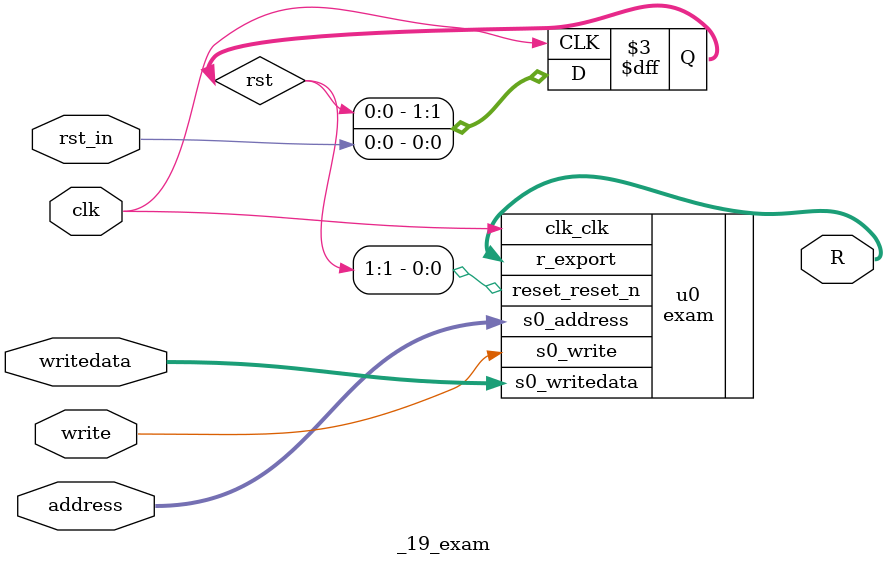
<source format=sv>
`timescale 1ns / 1ns
module _19_exam (
  input  bit        clk,
  input  bit        rst_in,
  input  bit [ 7:0] address,
  input  bit        write,
  input  bit [31:0] writedata,
  output bit [31:0] R
);

  exam u0 (
    .clk_clk      (clk),     
    .reset_reset_n(rst[1]),   
    .s0_address   (address),  
    .s0_write     (write),      
    .s0_writedata (writedata),
    .r_export     (R)          
  );

  bit [1:0] rst = '0;

  always_ff @(posedge clk) begin
    rst[1:0] <= {rst[0], rst_in};
  end

endmodule

</source>
